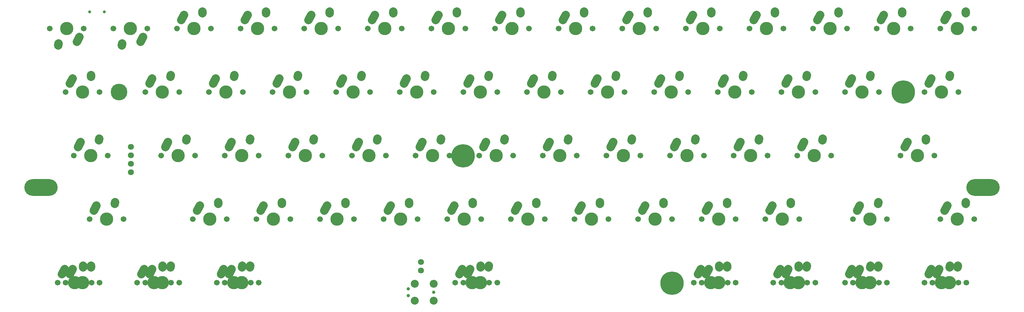
<source format=gts>
G04 #@! TF.FileFunction,Soldermask,Top*
%FSLAX46Y46*%
G04 Gerber Fmt 4.6, Leading zero omitted, Abs format (unit mm)*
G04 Created by KiCad (PCBNEW (2015-02-28 BZR 5464)-product) date 5/23/2015 8:14:39 PM*
%MOMM*%
G01*
G04 APERTURE LIST*
%ADD10C,0.150000*%
%ADD11C,7.000240*%
%ADD12C,5.001260*%
%ADD13O,9.999980X5.001260*%
%ADD14C,1.800000*%
%ADD15C,0.990610*%
%ADD16C,2.374910*%
%ADD17C,3.987810*%
%ADD18C,1.701810*%
%ADD19C,2.500000*%
%ADD20C,0.900000*%
G04 APERTURE END LIST*
D10*
D11*
X190109000Y-112029000D03*
X252689000Y-150221000D03*
X321940000Y-92920800D03*
D12*
X87109300Y-92920800D03*
D13*
X63748900Y-121521000D03*
X345831000Y-121521000D03*
D14*
X90606900Y-109365000D03*
X90606900Y-111905000D03*
X90606900Y-114445000D03*
X90606900Y-116985000D03*
D15*
X181356000Y-152908000D03*
X173736000Y-151892000D03*
X173736000Y-153924000D03*
D16*
X181356000Y-150368000D03*
X175641000Y-150368000D03*
X181356000Y-155448000D03*
X175641000Y-155448000D03*
D17*
X71437500Y-73818800D03*
D18*
X76517500Y-73818800D03*
X66357500Y-73818800D03*
D19*
X74437047Y-77818754D02*
X75247953Y-76358846D01*
X68897776Y-78898128D02*
X68937224Y-78319472D01*
D17*
X90487500Y-73818800D03*
D18*
X95567500Y-73818800D03*
X85407500Y-73818800D03*
D19*
X93487047Y-77818754D02*
X94297953Y-76358846D01*
X87947776Y-78898128D02*
X87987224Y-78319472D01*
D17*
X109538000Y-73820000D03*
D18*
X104458000Y-73820000D03*
X114618000Y-73820000D03*
D19*
X106538453Y-69820046D02*
X105727547Y-71279954D01*
X112077724Y-68740672D02*
X112038276Y-69319328D01*
D17*
X128588000Y-73820000D03*
D18*
X123508000Y-73820000D03*
X133668000Y-73820000D03*
D19*
X125588453Y-69820046D02*
X124777547Y-71279954D01*
X131127724Y-68740672D02*
X131088276Y-69319328D01*
D17*
X147638000Y-73820000D03*
D18*
X142558000Y-73820000D03*
X152718000Y-73820000D03*
D19*
X144638453Y-69820046D02*
X143827547Y-71279954D01*
X150177724Y-68740672D02*
X150138276Y-69319328D01*
D17*
X166688000Y-73820000D03*
D18*
X161608000Y-73820000D03*
X171768000Y-73820000D03*
D19*
X163688453Y-69820046D02*
X162877547Y-71279954D01*
X169227724Y-68740672D02*
X169188276Y-69319328D01*
D17*
X185738000Y-73820000D03*
D18*
X180658000Y-73820000D03*
X190818000Y-73820000D03*
D19*
X182738453Y-69820046D02*
X181927547Y-71279954D01*
X188277724Y-68740672D02*
X188238276Y-69319328D01*
D17*
X204788000Y-73820000D03*
D18*
X199708000Y-73820000D03*
X209868000Y-73820000D03*
D19*
X201788453Y-69820046D02*
X200977547Y-71279954D01*
X207327724Y-68740672D02*
X207288276Y-69319328D01*
D17*
X223838000Y-73820000D03*
D18*
X218758000Y-73820000D03*
X228918000Y-73820000D03*
D19*
X220838453Y-69820046D02*
X220027547Y-71279954D01*
X226377724Y-68740672D02*
X226338276Y-69319328D01*
D17*
X242888000Y-73820000D03*
D18*
X237808000Y-73820000D03*
X247968000Y-73820000D03*
D19*
X239888453Y-69820046D02*
X239077547Y-71279954D01*
X245427724Y-68740672D02*
X245388276Y-69319328D01*
D17*
X261938000Y-73820000D03*
D18*
X256858000Y-73820000D03*
X267018000Y-73820000D03*
D19*
X258938453Y-69820046D02*
X258127547Y-71279954D01*
X264477724Y-68740672D02*
X264438276Y-69319328D01*
D17*
X280988000Y-73820000D03*
D18*
X275908000Y-73820000D03*
X286068000Y-73820000D03*
D19*
X277988453Y-69820046D02*
X277177547Y-71279954D01*
X283527724Y-68740672D02*
X283488276Y-69319328D01*
D17*
X300038000Y-73820000D03*
D18*
X294958000Y-73820000D03*
X305118000Y-73820000D03*
D19*
X297038453Y-69820046D02*
X296227547Y-71279954D01*
X302577724Y-68740672D02*
X302538276Y-69319328D01*
D17*
X319088000Y-73820000D03*
D18*
X314008000Y-73820000D03*
X324168000Y-73820000D03*
D19*
X316088453Y-69820046D02*
X315277547Y-71279954D01*
X321627724Y-68740672D02*
X321588276Y-69319328D01*
D17*
X338138000Y-73820000D03*
D18*
X333058000Y-73820000D03*
X343218000Y-73820000D03*
D19*
X335138453Y-69820046D02*
X334327547Y-71279954D01*
X340677724Y-68740672D02*
X340638276Y-69319328D01*
D17*
X76200000Y-92870000D03*
D18*
X71120000Y-92870000D03*
X81280000Y-92870000D03*
D19*
X73200453Y-88870046D02*
X72389547Y-90329954D01*
X78739724Y-87790672D02*
X78700276Y-88369328D01*
D17*
X100012000Y-92870000D03*
D18*
X94932000Y-92870000D03*
X105092000Y-92870000D03*
D19*
X97012453Y-88870046D02*
X96201547Y-90329954D01*
X102551724Y-87790672D02*
X102512276Y-88369328D01*
D17*
X119062000Y-92870000D03*
D18*
X113982000Y-92870000D03*
X124142000Y-92870000D03*
D19*
X116062453Y-88870046D02*
X115251547Y-90329954D01*
X121601724Y-87790672D02*
X121562276Y-88369328D01*
D17*
X138112000Y-92870000D03*
D18*
X133032000Y-92870000D03*
X143192000Y-92870000D03*
D19*
X135112453Y-88870046D02*
X134301547Y-90329954D01*
X140651724Y-87790672D02*
X140612276Y-88369328D01*
D17*
X157162000Y-92870000D03*
D18*
X152082000Y-92870000D03*
X162242000Y-92870000D03*
D19*
X154162453Y-88870046D02*
X153351547Y-90329954D01*
X159701724Y-87790672D02*
X159662276Y-88369328D01*
D17*
X176212000Y-92870000D03*
D18*
X171132000Y-92870000D03*
X181292000Y-92870000D03*
D19*
X173212453Y-88870046D02*
X172401547Y-90329954D01*
X178751724Y-87790672D02*
X178712276Y-88369328D01*
D17*
X195262000Y-92870000D03*
D18*
X190182000Y-92870000D03*
X200342000Y-92870000D03*
D19*
X192262453Y-88870046D02*
X191451547Y-90329954D01*
X197801724Y-87790672D02*
X197762276Y-88369328D01*
D17*
X214312000Y-92870000D03*
D18*
X209232000Y-92870000D03*
X219392000Y-92870000D03*
D19*
X211312453Y-88870046D02*
X210501547Y-90329954D01*
X216851724Y-87790672D02*
X216812276Y-88369328D01*
D17*
X233362000Y-92870000D03*
D18*
X228282000Y-92870000D03*
X238442000Y-92870000D03*
D19*
X230362453Y-88870046D02*
X229551547Y-90329954D01*
X235901724Y-87790672D02*
X235862276Y-88369328D01*
D17*
X252412000Y-92870000D03*
D18*
X247332000Y-92870000D03*
X257492000Y-92870000D03*
D19*
X249412453Y-88870046D02*
X248601547Y-90329954D01*
X254951724Y-87790672D02*
X254912276Y-88369328D01*
D17*
X271462000Y-92870000D03*
D18*
X266382000Y-92870000D03*
X276542000Y-92870000D03*
D19*
X268462453Y-88870046D02*
X267651547Y-90329954D01*
X274001724Y-87790672D02*
X273962276Y-88369328D01*
D17*
X290512000Y-92870000D03*
D18*
X285432000Y-92870000D03*
X295592000Y-92870000D03*
D19*
X287512453Y-88870046D02*
X286701547Y-90329954D01*
X293051724Y-87790672D02*
X293012276Y-88369328D01*
D17*
X309562000Y-92870000D03*
D18*
X304482000Y-92870000D03*
X314642000Y-92870000D03*
D19*
X306562453Y-88870046D02*
X305751547Y-90329954D01*
X312101724Y-87790672D02*
X312062276Y-88369328D01*
D17*
X333375000Y-92868800D03*
D18*
X328295000Y-92868800D03*
X338455000Y-92868800D03*
D19*
X330375453Y-88868846D02*
X329564547Y-90328754D01*
X335914724Y-87789472D02*
X335875276Y-88368128D01*
D17*
X78582500Y-111920000D03*
D18*
X73502500Y-111920000D03*
X83662500Y-111920000D03*
D19*
X75582953Y-107920046D02*
X74772047Y-109379954D01*
X81122224Y-106840672D02*
X81082776Y-107419328D01*
D17*
X104775000Y-111920000D03*
D18*
X99695000Y-111920000D03*
X109855000Y-111920000D03*
D19*
X101775453Y-107920046D02*
X100964547Y-109379954D01*
X107314724Y-106840672D02*
X107275276Y-107419328D01*
D17*
X123825000Y-111920000D03*
D18*
X118745000Y-111920000D03*
X128905000Y-111920000D03*
D19*
X120825453Y-107920046D02*
X120014547Y-109379954D01*
X126364724Y-106840672D02*
X126325276Y-107419328D01*
D17*
X142875000Y-111920000D03*
D18*
X137795000Y-111920000D03*
X147955000Y-111920000D03*
D19*
X139875453Y-107920046D02*
X139064547Y-109379954D01*
X145414724Y-106840672D02*
X145375276Y-107419328D01*
D17*
X161925000Y-111920000D03*
D18*
X156845000Y-111920000D03*
X167005000Y-111920000D03*
D19*
X158925453Y-107920046D02*
X158114547Y-109379954D01*
X164464724Y-106840672D02*
X164425276Y-107419328D01*
D17*
X180975000Y-111920000D03*
D18*
X175895000Y-111920000D03*
X186055000Y-111920000D03*
D19*
X177975453Y-107920046D02*
X177164547Y-109379954D01*
X183514724Y-106840672D02*
X183475276Y-107419328D01*
D17*
X200025000Y-111920000D03*
D18*
X194945000Y-111920000D03*
X205105000Y-111920000D03*
D19*
X197025453Y-107920046D02*
X196214547Y-109379954D01*
X202564724Y-106840672D02*
X202525276Y-107419328D01*
D17*
X219075000Y-111920000D03*
D18*
X213995000Y-111920000D03*
X224155000Y-111920000D03*
D19*
X216075453Y-107920046D02*
X215264547Y-109379954D01*
X221614724Y-106840672D02*
X221575276Y-107419328D01*
D17*
X238125000Y-111920000D03*
D18*
X233045000Y-111920000D03*
X243205000Y-111920000D03*
D19*
X235125453Y-107920046D02*
X234314547Y-109379954D01*
X240664724Y-106840672D02*
X240625276Y-107419328D01*
D17*
X257175000Y-111920000D03*
D18*
X252095000Y-111920000D03*
X262255000Y-111920000D03*
D19*
X254175453Y-107920046D02*
X253364547Y-109379954D01*
X259714724Y-106840672D02*
X259675276Y-107419328D01*
D17*
X276225000Y-111920000D03*
D18*
X271145000Y-111920000D03*
X281305000Y-111920000D03*
D19*
X273225453Y-107920046D02*
X272414547Y-109379954D01*
X278764724Y-106840672D02*
X278725276Y-107419328D01*
D17*
X295275000Y-111920000D03*
D18*
X290195000Y-111920000D03*
X300355000Y-111920000D03*
D19*
X292275453Y-107920046D02*
X291464547Y-109379954D01*
X297814724Y-106840672D02*
X297775276Y-107419328D01*
D17*
X326231000Y-111919000D03*
D18*
X321151000Y-111919000D03*
X331311000Y-111919000D03*
D19*
X323231453Y-107919046D02*
X322420547Y-109378954D01*
X328770724Y-106839672D02*
X328731276Y-107418328D01*
D17*
X83343800Y-130969000D03*
D18*
X78263800Y-130969000D03*
X88423800Y-130969000D03*
D19*
X80344253Y-126969046D02*
X79533347Y-128428954D01*
X85883524Y-125889672D02*
X85844076Y-126468328D01*
D17*
X114300000Y-130970000D03*
D18*
X109220000Y-130970000D03*
X119380000Y-130970000D03*
D19*
X111300453Y-126970046D02*
X110489547Y-128429954D01*
X116839724Y-125890672D02*
X116800276Y-126469328D01*
D17*
X133350000Y-130970000D03*
D18*
X128270000Y-130970000D03*
X138430000Y-130970000D03*
D19*
X130350453Y-126970046D02*
X129539547Y-128429954D01*
X135889724Y-125890672D02*
X135850276Y-126469328D01*
D17*
X152400000Y-130970000D03*
D18*
X147320000Y-130970000D03*
X157480000Y-130970000D03*
D19*
X149400453Y-126970046D02*
X148589547Y-128429954D01*
X154939724Y-125890672D02*
X154900276Y-126469328D01*
D17*
X171450000Y-130970000D03*
D18*
X166370000Y-130970000D03*
X176530000Y-130970000D03*
D19*
X168450453Y-126970046D02*
X167639547Y-128429954D01*
X173989724Y-125890672D02*
X173950276Y-126469328D01*
D17*
X190500000Y-130970000D03*
D18*
X185420000Y-130970000D03*
X195580000Y-130970000D03*
D19*
X187500453Y-126970046D02*
X186689547Y-128429954D01*
X193039724Y-125890672D02*
X193000276Y-126469328D01*
D17*
X209550000Y-130970000D03*
D18*
X204470000Y-130970000D03*
X214630000Y-130970000D03*
D19*
X206550453Y-126970046D02*
X205739547Y-128429954D01*
X212089724Y-125890672D02*
X212050276Y-126469328D01*
D17*
X228600000Y-130970000D03*
D18*
X223520000Y-130970000D03*
X233680000Y-130970000D03*
D19*
X225600453Y-126970046D02*
X224789547Y-128429954D01*
X231139724Y-125890672D02*
X231100276Y-126469328D01*
D17*
X247650000Y-130970000D03*
D18*
X242570000Y-130970000D03*
X252730000Y-130970000D03*
D19*
X244650453Y-126970046D02*
X243839547Y-128429954D01*
X250189724Y-125890672D02*
X250150276Y-126469328D01*
D17*
X266700000Y-130970000D03*
D18*
X261620000Y-130970000D03*
X271780000Y-130970000D03*
D19*
X263700453Y-126970046D02*
X262889547Y-128429954D01*
X269239724Y-125890672D02*
X269200276Y-126469328D01*
D17*
X285750000Y-130970000D03*
D18*
X280670000Y-130970000D03*
X290830000Y-130970000D03*
D19*
X282750453Y-126970046D02*
X281939547Y-128429954D01*
X288289724Y-125890672D02*
X288250276Y-126469328D01*
D17*
X311944000Y-130969000D03*
D18*
X306864000Y-130969000D03*
X317024000Y-130969000D03*
D19*
X308944453Y-126969046D02*
X308133547Y-128428954D01*
X314483724Y-125889672D02*
X314444276Y-126468328D01*
D17*
X338138000Y-130969000D03*
D18*
X333058000Y-130969000D03*
X343218000Y-130969000D03*
D19*
X335138453Y-126969046D02*
X334327547Y-128428954D01*
X340677724Y-125889672D02*
X340638276Y-126468328D01*
D17*
X76200000Y-150019000D03*
D18*
X71120000Y-150019000D03*
X81280000Y-150019000D03*
D19*
X73200453Y-146019046D02*
X72389547Y-147478954D01*
X78739724Y-144939672D02*
X78700276Y-145518328D01*
D17*
X100012000Y-150019000D03*
D18*
X94932000Y-150019000D03*
X105092000Y-150019000D03*
D19*
X97012453Y-146019046D02*
X96201547Y-147478954D01*
X102551724Y-144939672D02*
X102512276Y-145518328D01*
D17*
X123824000Y-150019000D03*
D18*
X118744000Y-150019000D03*
X128904000Y-150019000D03*
D19*
X120824453Y-146019046D02*
X120013547Y-147478954D01*
X126363724Y-144939672D02*
X126324276Y-145518328D01*
D17*
X195262000Y-150019000D03*
D18*
X190182000Y-150019000D03*
X200342000Y-150019000D03*
D19*
X192262453Y-146019046D02*
X191451547Y-147478954D01*
X197801724Y-144939672D02*
X197762276Y-145518328D01*
D17*
X266700000Y-150019000D03*
D18*
X261620000Y-150019000D03*
X271780000Y-150019000D03*
D19*
X263700453Y-146019046D02*
X262889547Y-147478954D01*
X269239724Y-144939672D02*
X269200276Y-145518328D01*
D17*
X290512000Y-150019000D03*
D18*
X285432000Y-150019000D03*
X295592000Y-150019000D03*
D19*
X287512453Y-146019046D02*
X286701547Y-147478954D01*
X293051724Y-144939672D02*
X293012276Y-145518328D01*
D17*
X309562000Y-150019000D03*
D18*
X304482000Y-150019000D03*
X314642000Y-150019000D03*
D19*
X306562453Y-146019046D02*
X305751547Y-147478954D01*
X312101724Y-144939672D02*
X312062276Y-145518328D01*
D17*
X333375000Y-150019000D03*
D18*
X328295000Y-150019000D03*
X338455000Y-150019000D03*
D19*
X330375453Y-146019046D02*
X329564547Y-147478954D01*
X335914724Y-144939672D02*
X335875276Y-145518328D01*
D17*
X73831400Y-150019000D03*
D18*
X68751400Y-150019000D03*
X78911400Y-150019000D03*
D19*
X70831853Y-146019046D02*
X70020947Y-147478954D01*
X76371124Y-144939672D02*
X76331676Y-145518328D01*
D17*
X97631200Y-150019000D03*
D18*
X92551200Y-150019000D03*
X102711200Y-150019000D03*
D19*
X94631653Y-146019046D02*
X93820747Y-147478954D01*
X100170924Y-144939672D02*
X100131476Y-145518328D01*
D17*
X121444000Y-150019000D03*
D18*
X116364000Y-150019000D03*
X126524000Y-150019000D03*
D19*
X118444453Y-146019046D02*
X117633547Y-147478954D01*
X123983724Y-144939672D02*
X123944276Y-145518328D01*
D17*
X192875000Y-150019000D03*
D18*
X187795000Y-150019000D03*
X197955000Y-150019000D03*
D19*
X189875453Y-146019046D02*
X189064547Y-147478954D01*
X195414724Y-144939672D02*
X195375276Y-145518328D01*
D17*
X264306000Y-150019000D03*
D18*
X259226000Y-150019000D03*
X269386000Y-150019000D03*
D19*
X261306453Y-146019046D02*
X260495547Y-147478954D01*
X266845724Y-144939672D02*
X266806276Y-145518328D01*
D17*
X288119000Y-150019000D03*
D18*
X283039000Y-150019000D03*
X293199000Y-150019000D03*
D19*
X285119453Y-146019046D02*
X284308547Y-147478954D01*
X290658724Y-144939672D02*
X290619276Y-145518328D01*
D17*
X311931000Y-150019000D03*
D18*
X306851000Y-150019000D03*
X317011000Y-150019000D03*
D19*
X308931453Y-146019046D02*
X308120547Y-147478954D01*
X314470724Y-144939672D02*
X314431276Y-145518328D01*
D17*
X335744000Y-150019000D03*
D18*
X330664000Y-150019000D03*
X340824000Y-150019000D03*
D19*
X332744453Y-146019046D02*
X331933547Y-147478954D01*
X338283724Y-144939672D02*
X338244276Y-145518328D01*
D14*
X177546000Y-146431000D03*
X177546000Y-143891000D03*
D20*
X78290000Y-68828800D03*
X82690000Y-68828800D03*
M02*

</source>
